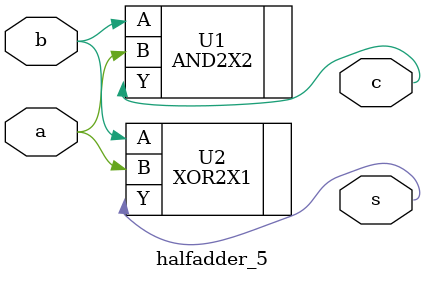
<source format=v>
module halfadder_5 ( s, c, a, b );
  input a, b;
  output s, c;


  AND2X2 U1 ( .A(b), .B(a), .Y(c) );
  XOR2X1 U2 ( .A(b), .B(a), .Y(s) );
endmodule

</source>
